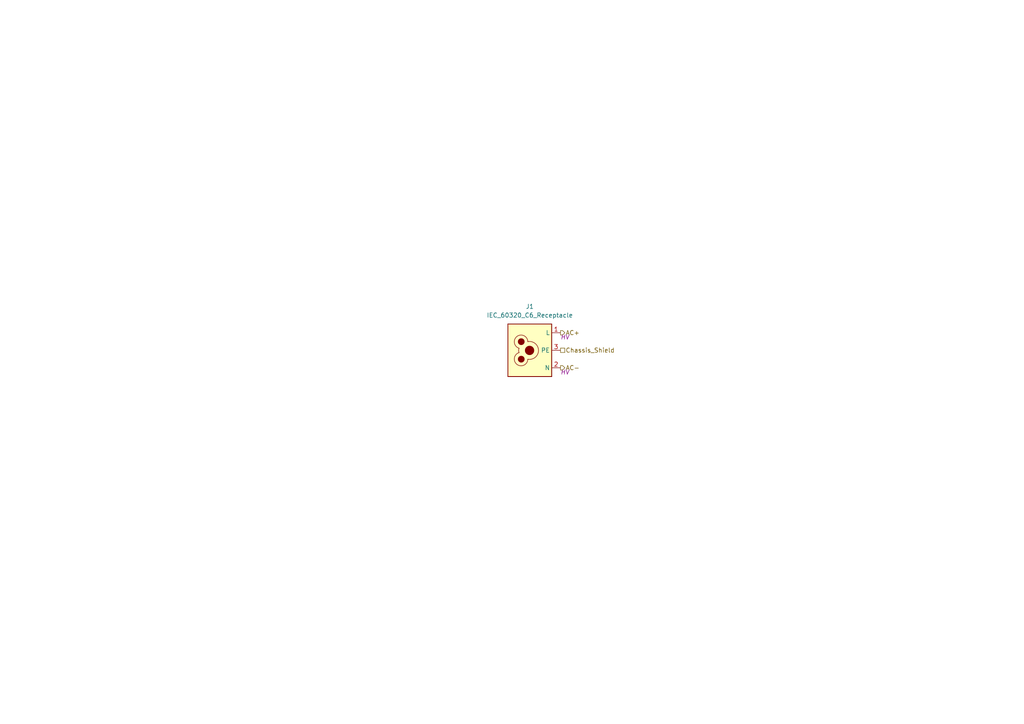
<source format=kicad_sch>
(kicad_sch (version 20250114) (generator "eeschema") (generator_version "9.0")
  (paper "A4")
  (title_block (title "Replacable LED COB Lamp") (date "2025-04-08") (rev "0") (company "WPI ECE2799 D25") (comment 1 "Raymond, Daniel") (comment 2 "Hogan, Rye") (comment 3 "Bryan, Tahje"))
  (lib_symbols
    (symbol "Connector:IEC_60320_C6_Receptacle"
      (property "Reference" "J" (at -5.842 8.636 0))
      (property "Value" "IEC_60320_C6_Receptacle" (at 0.508 -9.144 0))
      (symbol "IEC_60320_C6_Receptacle_0_1"
        (arc (start -3.1238 0.5974) (mid -3.7139 4.03) (end -0.5838 2.5024))
        (arc (start -0.5838 -2.5776) (mid -3.7139 -4.1052) (end -3.1238 -0.6726))
        (arc (start -3.1238 -0.6726) (mid -3.2336 -0.0376) (end -3.1238 0.5974))
        (arc (start -0.5838 2.5024) (mid 2.5145 -0.0376) (end -0.5838 -2.5776))
      )
      (symbol "IEC_60320_C6_Receptacle_1_1"
        (polyline (pts (xy -6.35 7.62) (xy 6.35 7.62) (xy 6.35 -7.62) (xy -6.35 -7.62) (xy -6.35 7.62)) (stroke (width 0.254)) (fill (type background)))
        (circle (center -2.4888 2.5024) (radius 0.898) (fill (type outline)))
        (circle (center -2.4888 -2.5776) (radius 0.898) (fill (type outline)))
        (circle (center -0.0758 -0.0376) (radius 1.27) (fill (type outline)))
        (pin power_in line (at 8.89 5.08 180) (length 2.54) (name "L") (number "1"))
        (pin bidirectional line (at 8.89 0 180) (length 2.54) (name "PE") (number "3"))
        (pin power_in line (at 8.89 -5.08 180) (length 2.54) (name "N") (number "2"))
      )
    )
  )
  (hierarchical_label "AC+" (shape output) (at 162.56 96.52 0) (property "Netclass" "HV" (at 162.56 97.79 0) (effects (font (italic yes)) (justify left))))
  (hierarchical_label "Chassis_Shield" (shape passive) (at 162.56 101.6 0))
  (hierarchical_label "AC-" (shape output) (at 162.56 106.68 0) (property "Netclass" "HV" (at 162.56 107.95 0) (effects (font (italic yes)) (justify left))))
  (symbol (lib_id "Connector:IEC_60320_C6_Receptacle") (at 153.67 101.6 0) (unit 1)
    (property "Reference" "J1" (at 153.67 88.9 0))
    (property "Value" "IEC_60320_C6_Receptacle" (at 153.67 91.44 0))
    (property "Footprint" "IEC_60320_C6:IEC_60320_C6" (effects (hide yes)))
    (property "Description" "C6 plug, 2,5A max" (effects (hide yes)))
  )
)
</source>
